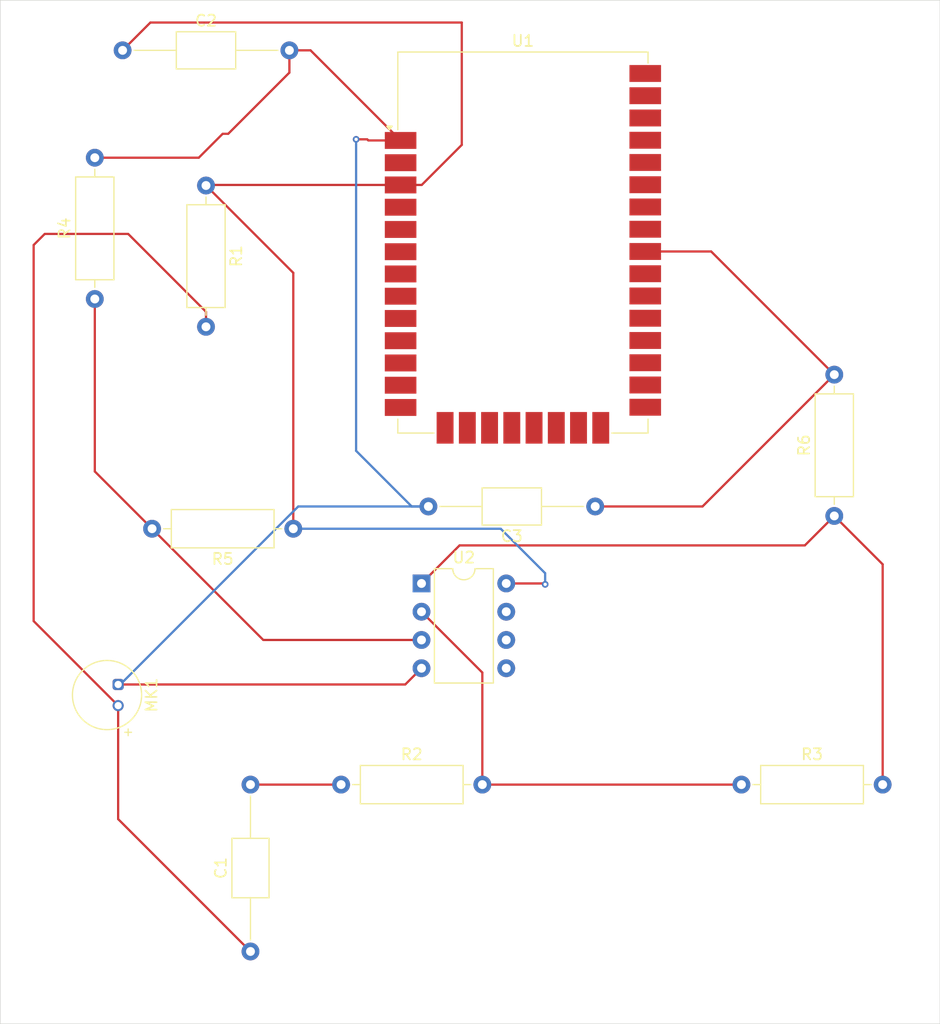
<source format=kicad_pcb>
(kicad_pcb (version 20240108) (generator "pcbnew") (generator_version "8.0")
  (layers (0 "F.Cu" signal) (31 "B.Cu" signal) (34 "B.Paste" user) (35 "F.Paste" user) (36 "B.SilkS" user "B.Silkscreen") (37 "F.SilkS" user "F.Silkscreen") (38 "B.Mask" user) (39 "F.Mask" user) (44 "Edge.Cuts" user))
  (net 0 "")
  (net 1 "Net-(C1-Pad2)")
  (net 2 "Net-(MK1-+)")
  (net 3 "+5VA")
  (net 4 "GND")
  (net 5 "PIN 34")
  (net 6 "Net-(U2A--)")
  (net 7 "Net-(R3-Pad2)")
  (net 8 "Net-(U2A-+)")
  (footprint "Resistor_THT:R_Axial_DIN0309_L9.0mm_D3.2mm_P12.70mm_Horizontal" (layer "F.Cu") (at 165.15 88)
    (property "Reference" "R3" (at 6.35 -2.72 0) (layer "F.SilkS"))
    (property "Value" "100K")
    (fp_line (start 1.04 0) (end 1.73 0) (stroke (width 0.12)) (layer "F.SilkS"))
    (fp_line (start 1.73 -1.72) (end 1.73 1.72) (stroke (width 0.12)) (layer "F.SilkS"))
    (fp_line (start 1.73 1.72) (end 10.97 1.72) (stroke (width 0.12)) (layer "F.SilkS"))
    (fp_line (start 10.97 -1.72) (end 1.73 -1.72) (stroke (width 0.12)) (layer "F.SilkS"))
    (fp_line (start 10.97 1.72) (end 10.97 -1.72) (stroke (width 0.12)) (layer "F.SilkS"))
    (fp_line (start 11.66 0) (end 10.97 0) (stroke (width 0.12)) (layer "F.SilkS"))
    (pad "1" thru_hole circle (at 0 0) (size 1.6 1.6) (drill 0.8) (layers "*.Cu" "*.Mask") (net 6 "Net-(U2A--)"))
    (pad "2" thru_hole oval (at 12.7 0) (size 1.6 1.6) (drill 0.8) (layers "*.Cu" "*.Mask") (net 7 "Net-(R3-Pad2)"))
  )
  (footprint "RF_Module:Digi_XBee_SMT" (layer "F.Cu") (at 145.5 40)
    (property "Reference" "U1" (at 0 -18.85 0) (layer "F.SilkS"))
    (property "Value" "ESP32-S3-MINI-1")
    (fp_line (start -11.25 -17.85) (end 11.25 -17.85) (stroke (width 0.12)) (layer "F.SilkS"))
    (fp_line (start -11.25 -10.85) (end -11.25 -17.85) (stroke (width 0.12)) (layer "F.SilkS"))
    (fp_line (start -11.25 15.15) (end -11.25 16.4) (stroke (width 0.12)) (layer "F.SilkS"))
    (fp_line (start -11.25 16.4) (end -8 16.4) (stroke (width 0.12)) (layer "F.SilkS"))
    (fp_line (start 8 16.4) (end 11.25 16.4) (stroke (width 0.12)) (layer "F.SilkS"))
    (fp_line (start 11.25 -17.85) (end 11.25 -16.85) (stroke (width 0.12)) (layer "F.SilkS"))
    (fp_line (start 11.25 16.4) (end 11.25 15.15) (stroke (width 0.12)) (layer "F.SilkS"))
    (fp_poly (pts (xy -12 -10.85) (xy -12.24 -11.186) (xy -11.76 -11.186) (xy -12 -10.85)) (stroke (width 0.12)) (fill solid) (layer "F.SilkS"))
    (pad "1" smd rect (at -11 -9.9) (size 2.84 1.52) (layers "F.Cu" "F.Paste" "F.Mask") (net 4 "GND"))
    (pad "2" smd rect (at -11 -7.9) (size 2.84 1.52) (layers "F.Cu" "F.Paste" "F.Mask") (net 4 "GND"))
    (pad "3" smd rect (at -11 -5.9) (size 2.84 1.52) (layers "F.Cu" "F.Paste" "F.Mask") (net 3 "+5VA"))
    (pad "4" smd rect (at -11 -3.9) (size 2.84 1.52) (layers "F.Cu" "F.Paste" "F.Mask"))
    (pad "5" smd rect (at -11 -1.9) (size 2.84 1.52) (layers "F.Cu" "F.Paste" "F.Mask"))
    (pad "6" smd rect (at -11 0.1) (size 2.84 1.52) (layers "F.Cu" "F.Paste" "F.Mask"))
    (pad "7" smd rect (at -11 2.1) (size 2.84 1.52) (layers "F.Cu" "F.Paste" "F.Mask"))
    (pad "8" smd rect (at -11 4.1) (size 2.84 1.52) (layers "F.Cu" "F.Paste" "F.Mask"))
    (pad "9" smd rect (at -11 6.1) (size 2.84 1.52) (layers "F.Cu" "F.Paste" "F.Mask"))
    (pad "10" smd rect (at -11 8.1) (size 2.84 1.52) (layers "F.Cu" "F.Paste" "F.Mask"))
    (pad "11" smd rect (at -11 10.1) (size 2.84 1.52) (layers "F.Cu" "F.Paste" "F.Mask"))
    (pad "12" smd rect (at -11 12.1) (size 2.84 1.52) (layers "F.Cu" "F.Paste" "F.Mask"))
    (pad "13" smd rect (at -11 14.1) (size 2.84 1.52) (layers "F.Cu" "F.Paste" "F.Mask"))
    (pad "14" smd rect (at -7 15.93 90) (size 2.84 1.52) (layers "F.Cu" "F.Paste" "F.Mask"))
    (pad "15" smd rect (at -5 15.93 90) (size 2.84 1.52) (layers "F.Cu" "F.Paste" "F.Mask"))
    (pad "16" smd rect (at -3 15.93 90) (size 2.84 1.52) (layers "F.Cu" "F.Paste" "F.Mask"))
    (pad "17" smd rect (at -1 15.93 90) (size 2.84 1.52) (layers "F.Cu" "F.Paste" "F.Mask"))
    (pad "18" smd rect (at 1 15.93 90) (size 2.84 1.52) (layers "F.Cu" "F.Paste" "F.Mask"))
    (pad "19" smd rect (at 3 15.93 90) (size 2.84 1.52) (layers "F.Cu" "F.Paste" "F.Mask"))
    (pad "20" smd rect (at 5 15.93 90) (size 2.84 1.52) (layers "F.Cu" "F.Paste" "F.Mask"))
    (pad "21" smd rect (at 7 15.93 90) (size 2.84 1.52) (layers "F.Cu" "F.Paste" "F.Mask"))
    (pad "22" smd rect (at 11 14.08) (size 2.84 1.52) (layers "F.Cu" "F.Paste" "F.Mask"))
    (pad "23" smd rect (at 11 12.08) (size 2.84 1.52) (layers "F.Cu" "F.Paste" "F.Mask"))
    (pad "24" smd rect (at 11 10.08) (size 2.84 1.52) (layers "F.Cu" "F.Paste" "F.Mask"))
    (pad "25" smd rect (at 11 8.08) (size 2.84 1.52) (layers "F.Cu" "F.Paste" "F.Mask"))
    (pad "26" smd rect (at 11 6.08) (size 2.84 1.52) (layers "F.Cu" "F.Paste" "F.Mask"))
    (pad "27" smd rect (at 11 4.08) (size 2.84 1.52) (layers "F.Cu" "F.Paste" "F.Mask"))
    (pad "28" smd rect (at 11 2.08) (size 2.84 1.52) (layers "F.Cu" "F.Paste" "F.Mask"))
    (pad "29" smd rect (at 11 0.08) (size 2.84 1.52) (layers "F.Cu" "F.Paste" "F.Mask") (net 5 "PIN 34"))
    (pad "30" smd rect (at 11 -1.92) (size 2.84 1.52) (layers "F.Cu" "F.Paste" "F.Mask"))
    (pad "31" smd rect (at 11 -3.92) (size 2.84 1.52) (layers "F.Cu" "F.Paste" "F.Mask"))
    (pad "32" smd rect (at 11 -5.92) (size 2.84 1.52) (layers "F.Cu" "F.Paste" "F.Mask"))
    (pad "33" smd rect (at 11 -7.92) (size 2.84 1.52) (layers "F.Cu" "F.Paste" "F.Mask"))
    (pad "34" smd rect (at 11 -9.92) (size 2.84 1.52) (layers "F.Cu" "F.Paste" "F.Mask"))
    (pad "35" smd rect (at 11 -11.92) (size 2.84 1.52) (layers "F.Cu" "F.Paste" "F.Mask"))
    (pad "36" smd rect (at 11 -13.92) (size 2.84 1.52) (layers "F.Cu" "F.Paste" "F.Mask"))
    (pad "37" smd rect (at 11 -15.92) (size 2.84 1.52) (layers "F.Cu" "F.Paste" "F.Mask"))
  )
  (footprint "Package_DIP:DIP-8_W7.62mm" (layer "F.Cu") (at 136.38 69.92)
    (property "Reference" "U2" (at 3.81 -2.33 0) (layer "F.SilkS"))
    (property "Value" "LM358")
    (fp_line (start 1.16 -1.33) (end 1.16 8.95) (stroke (width 0.12)) (layer "F.SilkS"))
    (fp_line (start 1.16 8.95) (end 6.46 8.95) (stroke (width 0.12)) (layer "F.SilkS"))
    (fp_line (start 2.81 -1.33) (end 1.16 -1.33) (stroke (width 0.12)) (layer "F.SilkS"))
    (fp_line (start 6.46 -1.33) (end 4.81 -1.33) (stroke (width 0.12)) (layer "F.SilkS"))
    (fp_line (start 6.46 8.95) (end 6.46 -1.33) (stroke (width 0.12)) (layer "F.SilkS"))
    (fp_arc (start 4.81 -1.33) (mid 3.81 -0.33) (end 2.81 -1.33) (stroke (width 0.12)) (layer "F.SilkS"))
    (pad "1" thru_hole rect (at 0 0) (size 1.6 1.6) (drill 0.8) (layers "*.Cu" "*.Mask") (net 7 "Net-(R3-Pad2)"))
    (pad "2" thru_hole oval (at 0 2.54) (size 1.6 1.6) (drill 0.8) (layers "*.Cu" "*.Mask") (net 6 "Net-(U2A--)"))
    (pad "3" thru_hole oval (at 0 5.08) (size 1.6 1.6) (drill 0.8) (layers "*.Cu" "*.Mask") (net 8 "Net-(U2A-+)"))
    (pad "4" thru_hole oval (at 0 7.62) (size 1.6 1.6) (drill 0.8) (layers "*.Cu" "*.Mask") (net 4 "GND"))
    (pad "5" thru_hole oval (at 7.62 7.62) (size 1.6 1.6) (drill 0.8) (layers "*.Cu" "*.Mask"))
    (pad "6" thru_hole oval (at 7.62 5.08) (size 1.6 1.6) (drill 0.8) (layers "*.Cu" "*.Mask"))
    (pad "7" thru_hole oval (at 7.62 2.54) (size 1.6 1.6) (drill 0.8) (layers "*.Cu" "*.Mask"))
    (pad "8" thru_hole oval (at 7.62 0) (size 1.6 1.6) (drill 0.8) (layers "*.Cu" "*.Mask") (net 3 "+5VA"))
  )
  (footprint "Resistor_THT:R_Axial_DIN0309_L9.0mm_D3.2mm_P12.70mm_Horizontal" (layer "F.Cu") (at 107 44.35 90)
    (property "Reference" "R4" (at 6.35 -2.72 270) (layer "F.SilkS"))
    (property "Value" "10K")
    (fp_line (start 10.97 -1.72) (end 1.73 -1.72) (stroke (width 0.12)) (layer "F.SilkS"))
    (fp_line (start 1.73 -1.72) (end 1.73 1.72) (stroke (width 0.12)) (layer "F.SilkS"))
    (fp_line (start 11.66 0) (end 10.97 0) (stroke (width 0.12)) (layer "F.SilkS"))
    (fp_line (start 1.04 0) (end 1.73 0) (stroke (width 0.12)) (layer "F.SilkS"))
    (fp_line (start 10.97 1.72) (end 10.97 -1.72) (stroke (width 0.12)) (layer "F.SilkS"))
    (fp_line (start 1.73 1.72) (end 10.97 1.72) (stroke (width 0.12)) (layer "F.SilkS"))
    (pad "1" thru_hole circle (at 0 0 90) (size 1.6 1.6) (drill 0.8) (layers "*.Cu" "*.Mask") (net 8 "Net-(U2A-+)"))
    (pad "2" thru_hole oval (at 12.7 0 90) (size 1.6 1.6) (drill 0.8) (layers "*.Cu" "*.Mask") (net 4 "GND"))
  )
  (footprint "Sensor_Audio:POM-2244P-C3310-2-R" (layer "F.Cu") (at 109.1 79 -90)
    (property "Reference" "MK1" (at 0.95 -3 90) (layer "F.SilkS"))
    (property "Value" "Microphone_Condenser")
    (fp_line (start 4.3 -0.9) (end 4 -0.9) (stroke (width 0.12)) (layer "F.SilkS"))
    (fp_line (start 4.3 -0.9) (end 4.6 -0.9) (stroke (width 0.12)) (layer "F.SilkS"))
    (fp_line (start 4.3 -1.2) (end 4.3 -0.6) (stroke (width 0.12)) (layer "F.SilkS"))
    (fp_circle (center 0.95 1) (end 4.06 1) (stroke (width 0.12)) (fill none) (layer "F.SilkS"))
    (pad "1" thru_hole roundrect (at 0 0 270) (size 1 1) (drill 0.65) (layers "*.Cu" "*.Mask") (net 4 "GND"))
    (pad "2" thru_hole circle (at 1.9 0 270) (size 1 1) (drill 0.65) (layers "*.Cu" "*.Mask") (net 2 "Net-(MK1-+)"))
  )
  (footprint "Resistor_THT:R_Axial_DIN0309_L9.0mm_D3.2mm_P12.70mm_Horizontal" (layer "F.Cu") (at 173.5 63.85 90)
    (property "Reference" "R6" (at 6.35 -2.72 270) (layer "F.SilkS"))
    (property "Value" "12K")
    (fp_line (start 10.97 -1.72) (end 1.73 -1.72) (stroke (width 0.12)) (layer "F.SilkS"))
    (fp_line (start 1.73 -1.72) (end 1.73 1.72) (stroke (width 0.12)) (layer "F.SilkS"))
    (fp_line (start 11.66 0) (end 10.97 0) (stroke (width 0.12)) (layer "F.SilkS"))
    (fp_line (start 1.04 0) (end 1.73 0) (stroke (width 0.12)) (layer "F.SilkS"))
    (fp_line (start 10.97 1.72) (end 10.97 -1.72) (stroke (width 0.12)) (layer "F.SilkS"))
    (fp_line (start 1.73 1.72) (end 10.97 1.72) (stroke (width 0.12)) (layer "F.SilkS"))
    (pad "1" thru_hole circle (at 0 0 90) (size 1.6 1.6) (drill 0.8) (layers "*.Cu" "*.Mask") (net 7 "Net-(R3-Pad2)"))
    (pad "2" thru_hole oval (at 12.7 0 90) (size 1.6 1.6) (drill 0.8) (layers "*.Cu" "*.Mask") (net 5 "PIN 34"))
  )
  (footprint "Capacitor_THT:C_Axial_L5.1mm_D3.1mm_P15.00mm_Horizontal" (layer "F.Cu") (at 152 63 180)
    (property "Reference" "C3" (at 7.5 -2.67 180) (layer "F.SilkS"))
    (property "Value" "1uF")
    (fp_line (start 13.96 0) (end 10.17 0) (stroke (width 0.12)) (layer "F.SilkS"))
    (fp_line (start 10.17 1.67) (end 10.17 -1.67) (stroke (width 0.12)) (layer "F.SilkS"))
    (fp_line (start 10.17 -1.67) (end 4.83 -1.67) (stroke (width 0.12)) (layer "F.SilkS"))
    (fp_line (start 4.83 1.67) (end 10.17 1.67) (stroke (width 0.12)) (layer "F.SilkS"))
    (fp_line (start 4.83 -1.67) (end 4.83 1.67) (stroke (width 0.12)) (layer "F.SilkS"))
    (fp_line (start 1.04 0) (end 4.83 0) (stroke (width 0.12)) (layer "F.SilkS"))
    (pad "1" thru_hole circle (at 0 0 180) (size 1.6 1.6) (drill 0.8) (layers "*.Cu" "*.Mask") (net 5 "PIN 34"))
    (pad "2" thru_hole oval (at 15 0 180) (size 1.6 1.6) (drill 0.8) (layers "*.Cu" "*.Mask") (net 4 "GND"))
  )
  (footprint "Capacitor_THT:C_Axial_L5.1mm_D3.1mm_P15.00mm_Horizontal" (layer "F.Cu") (at 109.5 22)
    (property "Reference" "C2" (at 7.5 -2.67 0) (layer "F.SilkS"))
    (property "Value" "1uF")
    (fp_line (start 1.04 0) (end 4.83 0) (stroke (width 0.12)) (layer "F.SilkS"))
    (fp_line (start 4.83 -1.67) (end 4.83 1.67) (stroke (width 0.12)) (layer "F.SilkS"))
    (fp_line (start 4.83 1.67) (end 10.17 1.67) (stroke (width 0.12)) (layer "F.SilkS"))
    (fp_line (start 10.17 -1.67) (end 4.83 -1.67) (stroke (width 0.12)) (layer "F.SilkS"))
    (fp_line (start 10.17 1.67) (end 10.17 -1.67) (stroke (width 0.12)) (layer "F.SilkS"))
    (fp_line (start 13.96 0) (end 10.17 0) (stroke (width 0.12)) (layer "F.SilkS"))
    (pad "1" thru_hole circle (at 0 0) (size 1.6 1.6) (drill 0.8) (layers "*.Cu" "*.Mask") (net 3 "+5VA"))
    (pad "2" thru_hole oval (at 15 0) (size 1.6 1.6) (drill 0.8) (layers "*.Cu" "*.Mask") (net 4 "GND"))
  )
  (footprint "Resistor_THT:R_Axial_DIN0309_L9.0mm_D3.2mm_P12.70mm_Horizontal" (layer "F.Cu") (at 129.15 88)
    (property "Reference" "R2" (at 6.35 -2.72 0) (layer "F.SilkS"))
    (property "Value" "1K")
    (fp_line (start 1.04 0) (end 1.73 0) (stroke (width 0.12)) (layer "F.SilkS"))
    (fp_line (start 1.73 -1.72) (end 1.73 1.72) (stroke (width 0.12)) (layer "F.SilkS"))
    (fp_line (start 1.73 1.72) (end 10.97 1.72) (stroke (width 0.12)) (layer "F.SilkS"))
    (fp_line (start 10.97 -1.72) (end 1.73 -1.72) (stroke (width 0.12)) (layer "F.SilkS"))
    (fp_line (start 10.97 1.72) (end 10.97 -1.72) (stroke (width 0.12)) (layer "F.SilkS"))
    (fp_line (start 11.66 0) (end 10.97 0) (stroke (width 0.12)) (layer "F.SilkS"))
    (pad "1" thru_hole circle (at 0 0) (size 1.6 1.6) (drill 0.8) (layers "*.Cu" "*.Mask") (net 1 "Net-(C1-Pad2)"))
    (pad "2" thru_hole oval (at 12.7 0) (size 1.6 1.6) (drill 0.8) (layers "*.Cu" "*.Mask") (net 6 "Net-(U2A--)"))
  )
  (footprint "Resistor_THT:R_Axial_DIN0309_L9.0mm_D3.2mm_P12.70mm_Horizontal" (layer "F.Cu") (at 117 34.15 -90)
    (property "Reference" "R1" (at 6.35 -2.72 90) (layer "F.SilkS"))
    (property "Value" "1K")
    (fp_line (start 1.73 1.72) (end 10.97 1.72) (stroke (width 0.12)) (layer "F.SilkS"))
    (fp_line (start 10.97 1.72) (end 10.97 -1.72) (stroke (width 0.12)) (layer "F.SilkS"))
    (fp_line (start 1.04 0) (end 1.73 0) (stroke (width 0.12)) (layer "F.SilkS"))
    (fp_line (start 11.66 0) (end 10.97 0) (stroke (width 0.12)) (layer "F.SilkS"))
    (fp_line (start 1.73 -1.72) (end 1.73 1.72) (stroke (width 0.12)) (layer "F.SilkS"))
    (fp_line (start 10.97 -1.72) (end 1.73 -1.72) (stroke (width 0.12)) (layer "F.SilkS"))
    (pad "1" thru_hole circle (at 0 0 270) (size 1.6 1.6) (drill 0.8) (layers "*.Cu" "*.Mask") (net 3 "+5VA"))
    (pad "2" thru_hole oval (at 12.7 0 270) (size 1.6 1.6) (drill 0.8) (layers "*.Cu" "*.Mask") (net 2 "Net-(MK1-+)"))
  )
  (footprint "Capacitor_THT:C_Axial_L5.1mm_D3.1mm_P15.00mm_Horizontal" (layer "F.Cu") (at 121 103 90)
    (property "Reference" "C1" (at 7.5 -2.67 270) (layer "F.SilkS"))
    (property "Value" "1uF")
    (fp_line (start 10.17 -1.67) (end 4.83 -1.67) (stroke (width 0.12)) (layer "F.SilkS"))
    (fp_line (start 4.83 -1.67) (end 4.83 1.67) (stroke (width 0.12)) (layer "F.SilkS"))
    (fp_line (start 13.96 0) (end 10.17 0) (stroke (width 0.12)) (layer "F.SilkS"))
    (fp_line (start 1.04 0) (end 4.83 0) (stroke (width 0.12)) (layer "F.SilkS"))
    (fp_line (start 10.17 1.67) (end 10.17 -1.67) (stroke (width 0.12)) (layer "F.SilkS"))
    (fp_line (start 4.83 1.67) (end 10.17 1.67) (stroke (width 0.12)) (layer "F.SilkS"))
    (pad "1" thru_hole circle (at 0 0 90) (size 1.6 1.6) (drill 0.8) (layers "*.Cu" "*.Mask") (net 2 "Net-(MK1-+)"))
    (pad "2" thru_hole oval (at 15 0 90) (size 1.6 1.6) (drill 0.8) (layers "*.Cu" "*.Mask") (net 1 "Net-(C1-Pad2)"))
  )
  (footprint "Resistor_THT:R_Axial_DIN0309_L9.0mm_D3.2mm_P12.70mm_Horizontal" (layer "F.Cu") (at 124.85 65 180)
    (property "Reference" "R5" (at 6.35 -2.72 180) (layer "F.SilkS"))
    (property "Value" "10K")
    (fp_line (start 11.66 0) (end 10.97 0) (stroke (width 0.12)) (layer "F.SilkS"))
    (fp_line (start 10.97 1.72) (end 10.97 -1.72) (stroke (width 0.12)) (layer "F.SilkS"))
    (fp_line (start 10.97 -1.72) (end 1.73 -1.72) (stroke (width 0.12)) (layer "F.SilkS"))
    (fp_line (start 1.73 1.72) (end 10.97 1.72) (stroke (width 0.12)) (layer "F.SilkS"))
    (fp_line (start 1.73 -1.72) (end 1.73 1.72) (stroke (width 0.12)) (layer "F.SilkS"))
    (fp_line (start 1.04 0) (end 1.73 0) (stroke (width 0.12)) (layer "F.SilkS"))
    (pad "1" thru_hole circle (at 0 0 180) (size 1.6 1.6) (drill 0.8) (layers "*.Cu" "*.Mask") (net 3 "+5VA"))
    (pad "2" thru_hole oval (at 12.7 0 180) (size 1.6 1.6) (drill 0.8) (layers "*.Cu" "*.Mask") (net 8 "Net-(U2A-+)"))
  )
  (gr_rect (start 98.5 17.5) (end 183 109.5) (stroke (width 0.05)) (fill none) (layer "Edge.Cuts"))
  (segment (start 121 88) (end 129.15 88) (width 0.2) (layer "F.Cu") (net 1))
  (segment (start 102.5 38.5) (end 101.5 39.5) (width 0.2) (layer "F.Cu") (net 2))
  (segment (start 117 45.5) (end 110 38.5) (width 0.2) (layer "F.Cu") (net 2))
  (segment (start 109.1 91.1) (end 121 103) (width 0.2) (layer "F.Cu") (net 2))
  (segment (start 101.5 39.5) (end 101.5 73.3) (width 0.2) (layer "F.Cu") (net 2))
  (segment (start 109.1 80.9) (end 109.1 91.1) (width 0.2) (layer "F.Cu") (net 2))
  (segment (start 110 38.5) (end 102.5 38.5) (width 0.2) (layer "F.Cu") (net 2))
  (segment (start 117 46.85) (end 117 45.5) (width 0.2) (layer "F.Cu") (net 2))
  (segment (start 101.5 73.3) (end 109.1 80.9) (width 0.2) (layer "F.Cu") (net 2))
  (segment (start 112 19.5) (end 140 19.5) (width 0.2) (layer "F.Cu") (net 3))
  (segment (start 136.4 34.1) (end 134.5 34.1) (width 0.2) (layer "F.Cu") (net 3))
  (segment (start 124.85 65) (end 124.85 42) (width 0.2) (layer "F.Cu") (net 3))
  (segment (start 147.42 69.92) (end 147.5 70) (width 0.2) (layer "F.Cu") (net 3))
  (segment (start 109.5 22) (end 112 19.5) (width 0.2) (layer "F.Cu") (net 3))
  (segment (start 134.5 34.1) (end 117.05 34.1) (width 0.2) (layer "F.Cu") (net 3))
  (segment (start 144 69.92) (end 147.42 69.92) (width 0.2) (layer "F.Cu") (net 3))
  (segment (start 124.85 42) (end 117 34.15) (width 0.2) (layer "F.Cu") (net 3))
  (segment (start 140 30.5) (end 136.4 34.1) (width 0.2) (layer "F.Cu") (net 3))
  (segment (start 117.05 34.1) (end 117 34.15) (width 0.2) (layer "F.Cu") (net 3))
  (segment (start 140 19.5) (end 140 30.5) (width 0.2) (layer "F.Cu") (net 3))
  (via (at 147.5 70) (size 0.6) (drill 0.3) (layers "F.Cu" "B.Cu") (net 3))
  (segment (start 143.5 65) (end 124.85 65) (width 0.2) (layer "B.Cu") (net 3))
  (segment (start 147.5 70) (end 147.5 69) (width 0.2) (layer "B.Cu") (net 3))
  (segment (start 147.5 69) (end 143.5 65) (width 0.2) (layer "B.Cu") (net 3))
  (segment (start 109.1 79) (end 134.92 79) (width 0.2) (layer "F.Cu") (net 4))
  (segment (start 119 29.5) (end 118.5 29.5) (width 0.2) (layer "F.Cu") (net 4))
  (segment (start 134.92 79) (end 136.38 77.54) (width 0.2) (layer "F.Cu") (net 4))
  (segment (start 116.35 31.65) (end 107 31.65) (width 0.2) (layer "F.Cu") (net 4))
  (segment (start 124.5 24) (end 119 29.5) (width 0.2) (layer "F.Cu") (net 4))
  (segment (start 126.4 22) (end 134.5 30.1) (width 0.2) (layer "F.Cu") (net 4))
  (segment (start 131.6 30.1) (end 134.5 30.1) (width 0.2) (layer "F.Cu") (net 4))
  (segment (start 130.5 30) (end 131.5 30) (width 0.2) (layer "F.Cu") (net 4))
  (segment (start 130.6 30.1) (end 130.5 30) (width 0.2) (layer "F.Cu") (net 4))
  (segment (start 131.5 30) (end 131.6 30.1) (width 0.2) (layer "F.Cu") (net 4))
  (segment (start 124.5 22) (end 126.4 22) (width 0.2) (layer "F.Cu") (net 4))
  (segment (start 124.5 22) (end 124.5 24) (width 0.2) (layer "F.Cu") (net 4))
  (segment (start 118.5 29.5) (end 116.35 31.65) (width 0.2) (layer "F.Cu") (net 4))
  (via (at 130.5 30) (size 0.6) (drill 0.3) (layers "F.Cu" "B.Cu") (net 4))
  (segment (start 135.5 63) (end 137 63) (width 0.2) (layer "B.Cu") (net 4))
  (segment (start 130.5 30) (end 130.5 58) (width 0.2) (layer "B.Cu") (net 4))
  (segment (start 130.5 58) (end 135.5 63) (width 0.2) (layer "B.Cu") (net 4))
  (segment (start 137 63) (end 125.294365 63) (width 0.2) (layer "B.Cu") (net 4))
  (segment (start 109.294365 79) (end 109.1 79) (width 0.2) (layer "B.Cu") (net 4))
  (segment (start 125.294365 63) (end 109.294365 79) (width 0.2) (layer "B.Cu") (net 4))
  (segment (start 162.43 40.08) (end 156.5 40.08) (width 0.2) (layer "F.Cu") (net 5))
  (segment (start 173.5 51.15) (end 162.43 40.08) (width 0.2) (layer "F.Cu") (net 5))
  (segment (start 161.65 63) (end 173.5 51.15) (width 0.2) (layer "F.Cu") (net 5))
  (segment (start 152 63) (end 161.65 63) (width 0.2) (layer "F.Cu") (net 5))
  (segment (start 141.85 88) (end 165.15 88) (width 0.2) (layer "F.Cu") (net 6))
  (segment (start 141.85 77.93) (end 136.38 72.46) (width 0.2) (layer "F.Cu") (net 6))
  (segment (start 141.85 88) (end 141.85 77.93) (width 0.2) (layer "F.Cu") (net 6))
  (segment (start 139.8 66.5) (end 136.38 69.92) (width 0.2) (layer "F.Cu") (net 7))
  (segment (start 177.85 68.2) (end 173.5 63.85) (width 0.2) (layer "F.Cu") (net 7))
  (segment (start 170.85 66.5) (end 139.8 66.5) (width 0.2) (layer "F.Cu") (net 7))
  (segment (start 177.85 88) (end 177.85 68.2) (width 0.2) (layer "F.Cu") (net 7))
  (segment (start 173.5 63.85) (end 170.85 66.5) (width 0.2) (layer "F.Cu") (net 7))
  (segment (start 112.15 65) (end 122.15 75) (width 0.2) (layer "F.Cu") (net 8))
  (segment (start 107 59.85) (end 112.15 65) (width 0.2) (layer "F.Cu") (net 8))
  (segment (start 107 44.35) (end 107 59.85) (width 0.2) (layer "F.Cu") (net 8))
  (segment (start 122.15 75) (end 136.38 75) (width 0.2) (layer "F.Cu") (net 8))
)
</source>
